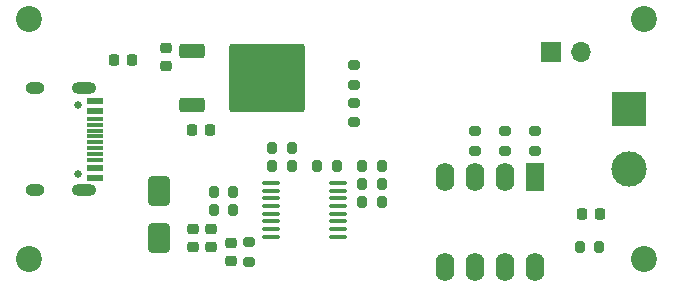
<source format=gts>
G04 #@! TF.GenerationSoftware,KiCad,Pcbnew,7.0.5-0*
G04 #@! TF.CreationDate,2023-05-30T07:39:27+09:00*
G04 #@! TF.ProjectId,LDR6321_PD_Decoy,4c445236-3332-4315-9f50-445f4465636f,0.5*
G04 #@! TF.SameCoordinates,Original*
G04 #@! TF.FileFunction,Soldermask,Top*
G04 #@! TF.FilePolarity,Negative*
%FSLAX46Y46*%
G04 Gerber Fmt 4.6, Leading zero omitted, Abs format (unit mm)*
G04 Created by KiCad (PCBNEW 7.0.5-0) date 2023-05-30 07:39:27*
%MOMM*%
%LPD*%
G01*
G04 APERTURE LIST*
G04 Aperture macros list*
%AMRoundRect*
0 Rectangle with rounded corners*
0 $1 Rounding radius*
0 $2 $3 $4 $5 $6 $7 $8 $9 X,Y pos of 4 corners*
0 Add a 4 corners polygon primitive as box body*
4,1,4,$2,$3,$4,$5,$6,$7,$8,$9,$2,$3,0*
0 Add four circle primitives for the rounded corners*
1,1,$1+$1,$2,$3*
1,1,$1+$1,$4,$5*
1,1,$1+$1,$6,$7*
1,1,$1+$1,$8,$9*
0 Add four rect primitives between the rounded corners*
20,1,$1+$1,$2,$3,$4,$5,0*
20,1,$1+$1,$4,$5,$6,$7,0*
20,1,$1+$1,$6,$7,$8,$9,0*
20,1,$1+$1,$8,$9,$2,$3,0*%
G04 Aperture macros list end*
%ADD10RoundRect,0.200000X-0.200000X-0.275000X0.200000X-0.275000X0.200000X0.275000X-0.200000X0.275000X0*%
%ADD11C,2.200000*%
%ADD12R,3.000000X3.000000*%
%ADD13C,3.000000*%
%ADD14RoundRect,0.250000X-0.850000X-0.350000X0.850000X-0.350000X0.850000X0.350000X-0.850000X0.350000X0*%
%ADD15RoundRect,0.249997X-2.950003X-2.650003X2.950003X-2.650003X2.950003X2.650003X-2.950003X2.650003X0*%
%ADD16RoundRect,0.225000X-0.225000X-0.250000X0.225000X-0.250000X0.225000X0.250000X-0.225000X0.250000X0*%
%ADD17RoundRect,0.218750X0.218750X0.256250X-0.218750X0.256250X-0.218750X-0.256250X0.218750X-0.256250X0*%
%ADD18RoundRect,0.225000X-0.250000X0.225000X-0.250000X-0.225000X0.250000X-0.225000X0.250000X0.225000X0*%
%ADD19RoundRect,0.200000X0.275000X-0.200000X0.275000X0.200000X-0.275000X0.200000X-0.275000X-0.200000X0*%
%ADD20RoundRect,0.200000X-0.275000X0.200000X-0.275000X-0.200000X0.275000X-0.200000X0.275000X0.200000X0*%
%ADD21RoundRect,0.100000X0.637500X0.100000X-0.637500X0.100000X-0.637500X-0.100000X0.637500X-0.100000X0*%
%ADD22R,1.700000X1.700000*%
%ADD23O,1.700000X1.700000*%
%ADD24RoundRect,0.200000X0.200000X0.275000X-0.200000X0.275000X-0.200000X-0.275000X0.200000X-0.275000X0*%
%ADD25R,1.600000X2.400000*%
%ADD26O,1.600000X2.400000*%
%ADD27RoundRect,0.250000X0.650000X-1.000000X0.650000X1.000000X-0.650000X1.000000X-0.650000X-1.000000X0*%
%ADD28C,0.650000*%
%ADD29R,1.450000X0.600000*%
%ADD30R,1.450000X0.300000*%
%ADD31O,2.100000X1.000000*%
%ADD32O,1.600000X1.000000*%
%ADD33RoundRect,0.225000X0.225000X0.250000X-0.225000X0.250000X-0.225000X-0.250000X0.225000X-0.250000X0*%
G04 APERTURE END LIST*
D10*
X124778000Y-78473000D03*
X126428000Y-78473000D03*
D11*
X156270000Y-66040000D03*
D12*
X155000000Y-73660000D03*
D13*
X155000000Y-78740000D03*
D11*
X156270000Y-86360000D03*
D10*
X150813000Y-85344000D03*
X152463000Y-85344000D03*
D14*
X118023000Y-68713000D03*
D15*
X124323000Y-70993000D03*
D14*
X118023000Y-73273000D03*
D16*
X117970000Y-75438000D03*
X119520000Y-75438000D03*
D17*
X152552500Y-82550000D03*
X150977500Y-82550000D03*
D18*
X119634000Y-83794000D03*
X119634000Y-85344000D03*
D19*
X144526000Y-77152000D03*
X144526000Y-75502000D03*
D10*
X119825000Y-82169000D03*
X121475000Y-82169000D03*
D19*
X141986000Y-77152000D03*
X141986000Y-75502000D03*
D20*
X122809000Y-84900000D03*
X122809000Y-86550000D03*
D21*
X130370500Y-84441000D03*
X130370500Y-83791000D03*
X130370500Y-83141000D03*
X130370500Y-82491000D03*
X130370500Y-81841000D03*
X130370500Y-81191000D03*
X130370500Y-80541000D03*
X130370500Y-79891000D03*
X124645500Y-79891000D03*
X124645500Y-80541000D03*
X124645500Y-81191000D03*
X124645500Y-81841000D03*
X124645500Y-82491000D03*
X124645500Y-83141000D03*
X124645500Y-83791000D03*
X124645500Y-84441000D03*
D18*
X121285000Y-84950000D03*
X121285000Y-86500000D03*
X115824000Y-68440000D03*
X115824000Y-69990000D03*
D22*
X148391000Y-68834000D03*
D23*
X150931000Y-68834000D03*
D11*
X104200000Y-86360000D03*
D24*
X130238000Y-78473000D03*
X128588000Y-78473000D03*
X134048000Y-81521000D03*
X132398000Y-81521000D03*
X126428000Y-76949000D03*
X124778000Y-76949000D03*
D25*
X147066000Y-79375000D03*
D26*
X144526000Y-79375000D03*
X141986000Y-79375000D03*
X139446000Y-79375000D03*
X139446000Y-86995000D03*
X141986000Y-86995000D03*
X144526000Y-86995000D03*
X147066000Y-86995000D03*
D10*
X119825000Y-80645000D03*
X121475000Y-80645000D03*
D27*
X115189000Y-84550000D03*
X115189000Y-80550000D03*
D19*
X131699000Y-71564000D03*
X131699000Y-69914000D03*
D10*
X132398000Y-78473000D03*
X134048000Y-78473000D03*
D19*
X131699000Y-74739000D03*
X131699000Y-73089000D03*
D11*
X104200000Y-66040000D03*
D28*
X108324000Y-73310000D03*
X108324000Y-79090000D03*
D29*
X109769000Y-72950000D03*
X109769000Y-73750000D03*
D30*
X109769000Y-74950000D03*
X109769000Y-75950000D03*
X109769000Y-76450000D03*
X109769000Y-77450000D03*
D29*
X109769000Y-78650000D03*
X109769000Y-79450000D03*
X109769000Y-79450000D03*
X109769000Y-78650000D03*
D30*
X109769000Y-77950000D03*
X109769000Y-76950000D03*
X109769000Y-75450000D03*
X109769000Y-74450000D03*
D29*
X109769000Y-73750000D03*
X109769000Y-72950000D03*
D31*
X108854000Y-71880000D03*
D32*
X104674000Y-71880000D03*
D31*
X108854000Y-80520000D03*
D32*
X104674000Y-80520000D03*
D18*
X118110000Y-83794000D03*
X118110000Y-85344000D03*
D33*
X112916000Y-69469000D03*
X111366000Y-69469000D03*
D19*
X147066000Y-77152000D03*
X147066000Y-75502000D03*
D10*
X132398000Y-79997000D03*
X134048000Y-79997000D03*
M02*

</source>
